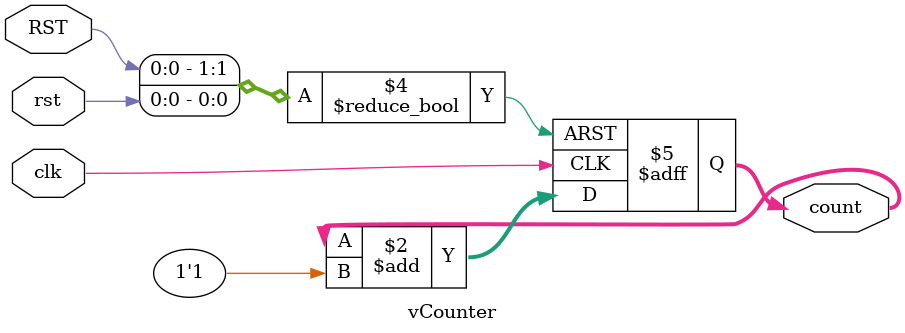
<source format=v>
module vCounter (
        input clk,
        input rst,
        input RST,
        output reg [9:0] count
);

        always @(posedge clk or posedge rst or posedge RST)
        begin   
                if(RST)
                        count <= 0;
                else if(rst)
                        count <= 0;
                else
                        count <= count + 1'b1;
        end
endmodule
</source>
